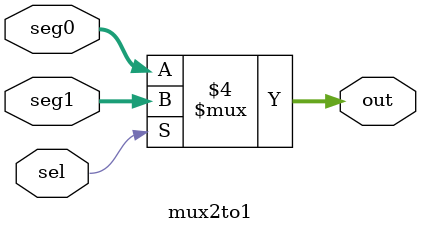
<source format=sv>
module mux2to1(
  input sel,
  input [6:0] seg0,
  input [6:0] seg1,
  output reg [6:0] out
);

always @* begin
  if (sel == 1'b0) begin
    out = seg0;
  end
  else begin
    out = seg1;
  end
end

endmodule


</source>
